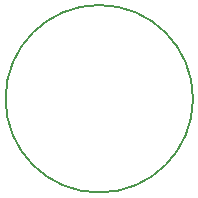
<source format=gbr>
G04 EasyPC Gerber Version 20.0.2 Build 4112 *
G04 #@! TF.Part,Single*
%FSLAX25Y25*%
%MOIN*%
%ADD11C,0.00500*%
X0Y0D02*
D02*
D11*
X31500Y62750D02*
G75*
G03Y250J-31250D01*
G01*
G75*
G03Y62750J31250*
G01*
X0Y0D02*
M02*

</source>
